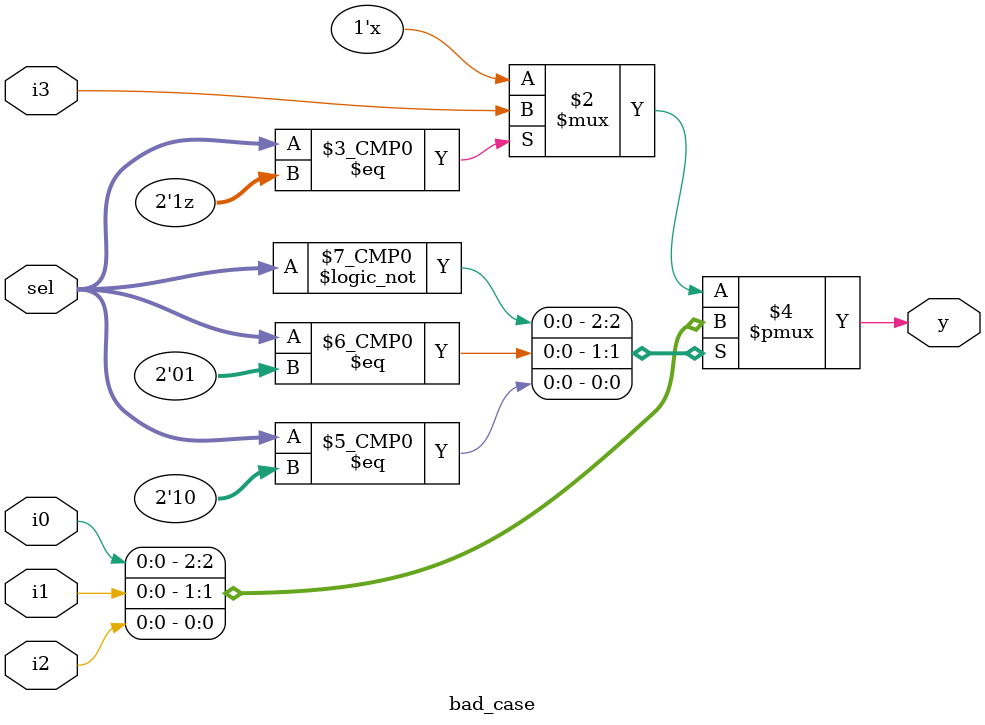
<source format=v>
module bad_case (
	input 			i0 , 
	input 			i1 , 
	input 			i2 , 
	input 			i3 , 
	input 		[1:0] 	sel, 
	output 	reg 		y
);

always @(*)
begin
	case(sel)
		2'b00: y = i0;
		2'b01: y = i1;
		2'b10: y = i2;
		2'b1?: y = i3;	// overlapping case
		//2'b11: y = i3;
	endcase
end

endmodule

</source>
